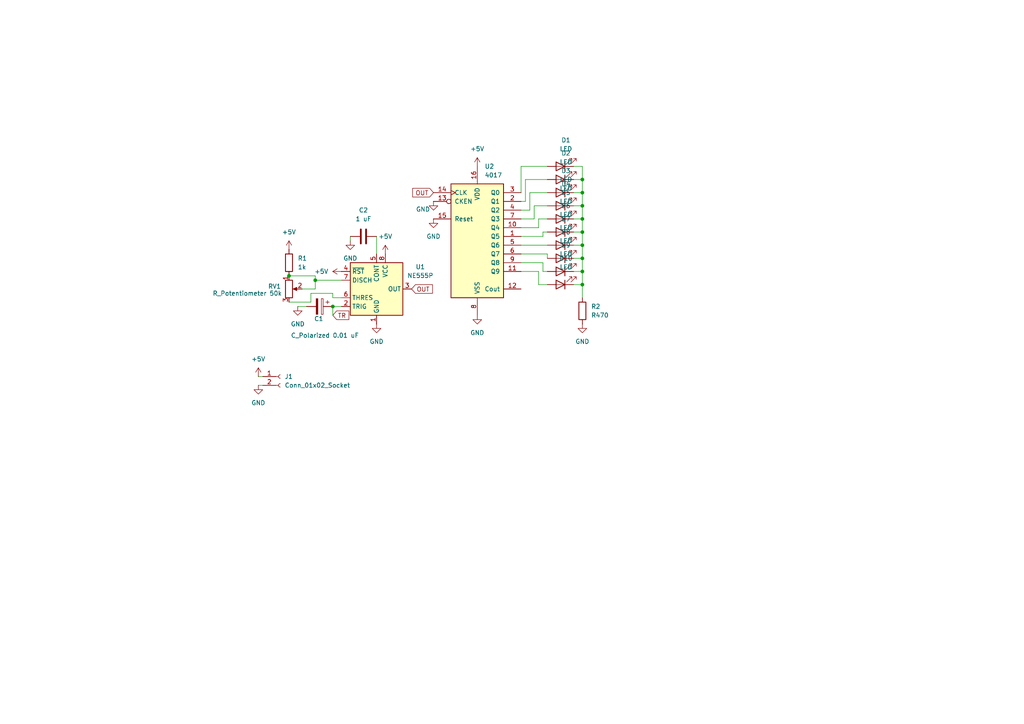
<source format=kicad_sch>
(kicad_sch (version 20250114) (generator "eeschema") (generator_version "9.0")
  (paper "A4")
  (lib_symbols
    (symbol "4xxx:4017" (pin_names (offset 1.016))
      (property "Reference" "U" (at -7.62 16.51 0))
      (property "Value" "4017" (at -7.62 -19.05 0))
      (symbol "4017_1_0"
        (pin input clock (at -12.7 12.7 0) (length 5.08) (name "CLK") (number "14"))
        (pin input inverted (at -12.7 10.16 0) (length 5.08) (name "CKEN") (number "13"))
        (pin input line (at -12.7 5.08 0) (length 5.08) (name "Reset") (number "15"))
        (pin power_in line (at 0 20.32 270) (length 5.08) (name "VDD") (number "16"))
        (pin power_in line (at 0 -22.86 90) (length 5.08) (name "VSS") (number "8"))
        (pin output line (at 12.7 12.7 180) (length 5.08) (name "Q0") (number "3"))
        (pin output line (at 12.7 10.16 180) (length 5.08) (name "Q1") (number "2"))
        (pin output line (at 12.7 7.62 180) (length 5.08) (name "Q2") (number "4"))
        (pin output line (at 12.7 5.08 180) (length 5.08) (name "Q3") (number "7"))
        (pin output line (at 12.7 2.54 180) (length 5.08) (name "Q4") (number "10"))
        (pin output line (at 12.7 0 180) (length 5.08) (name "Q5") (number "1"))
        (pin output line (at 12.7 -2.54 180) (length 5.08) (name "Q6") (number "5"))
        (pin output line (at 12.7 -5.08 180) (length 5.08) (name "Q7") (number "6"))
        (pin output line (at 12.7 -7.62 180) (length 5.08) (name "Q8") (number "9"))
        (pin output line (at 12.7 -10.16 180) (length 5.08) (name "Q9") (number "11"))
        (pin output line (at 12.7 -15.24 180) (length 5.08) (name "Cout") (number "12"))
      )
      (symbol "4017_1_1"
        (rectangle (start -7.62 15.24) (end 7.62 -17.78) (stroke (width 0.254)) (fill (type background)))
      )
    )
    (symbol "Connector:Conn_01x02_Socket" (pin_names (offset 1.016) (hide yes))
      (property "Reference" "J" (at 0 2.54 0))
      (property "Value" "Conn_01x02_Socket" (at 0 -5.08 0))
      (symbol "Conn_01x02_Socket_1_1"
        (polyline (pts (xy -1.27 0) (xy -0.508 0)) (stroke (width 0.1524)))
        (polyline (pts (xy -1.27 -2.54) (xy -0.508 -2.54)) (stroke (width 0.1524)))
        (arc (start 0 -0.508) (mid -0.5058 0) (end 0 0.508) (stroke (width 0.1524)))
        (arc (start 0 -3.048) (mid -0.5058 -2.54) (end 0 -2.032) (stroke (width 0.1524)))
        (pin passive line (at -5.08 0 0) (length 3.81) (name "Pin_1") (number "1"))
        (pin passive line (at -5.08 -2.54 0) (length 3.81) (name "Pin_2") (number "2"))
      )
    )
    (symbol "Device:C" (pin_numbers (hide yes)) (pin_names (offset 0.254))
      (property "Reference" "C" (at 0.635 2.54 0))
      (property "Value" "C" (at 0.635 -2.54 0))
      (symbol "C_0_1"
        (polyline (pts (xy -2.032 0.762) (xy 2.032 0.762)) (stroke (width 0.508)))
        (polyline (pts (xy -2.032 -0.762) (xy 2.032 -0.762)) (stroke (width 0.508)))
      )
      (symbol "C_1_1"
        (pin passive line (at 0 3.81 270) (length 2.794) (name "~") (number "1"))
        (pin passive line (at 0 -3.81 90) (length 2.794) (name "~") (number "2"))
      )
    )
    (symbol "Device:C_Polarized" (pin_numbers (hide yes)) (pin_names (offset 0.254))
      (property "Reference" "C" (at 0.635 2.54 0))
      (property "Value" "C_Polarized" (at 0.635 -2.54 0))
      (symbol "C_Polarized_0_1"
        (rectangle (start -2.286 0.508) (end 2.286 1.016))
        (polyline (pts (xy -1.778 2.286) (xy -0.762 2.286)))
        (polyline (pts (xy -1.27 2.794) (xy -1.27 1.778)))
        (rectangle (start 2.286 -0.508) (end -2.286 -1.016) (fill (type outline)))
      )
      (symbol "C_Polarized_1_1"
        (pin passive line (at 0 3.81 270) (length 2.794) (name "~") (number "1"))
        (pin passive line (at 0 -3.81 90) (length 2.794) (name "~") (number "2"))
      )
    )
    (symbol "Device:LED" (pin_numbers (hide yes)) (pin_names (offset 1.016) (hide yes))
      (property "Reference" "D" (at 0 2.54 0))
      (property "Value" "LED" (at 0 -2.54 0))
      (symbol "LED_0_1"
        (polyline (pts (xy -3.048 -0.762) (xy -4.572 -2.286) (xy -3.81 -2.286) (xy -4.572 -2.286) (xy -4.572 -1.524)))
        (polyline (pts (xy -1.778 -0.762) (xy -3.302 -2.286) (xy -2.54 -2.286) (xy -3.302 -2.286) (xy -3.302 -1.524)))
        (polyline (pts (xy -1.27 0) (xy 1.27 0)))
        (polyline (pts (xy -1.27 -1.27) (xy -1.27 1.27)) (stroke (width 0.254)))
        (polyline (pts (xy 1.27 -1.27) (xy 1.27 1.27) (xy -1.27 0) (xy 1.27 -1.27)) (stroke (width 0.254)))
      )
      (symbol "LED_1_1"
        (pin passive line (at -3.81 0 0) (length 2.54) (name "K") (number "1"))
        (pin passive line (at 3.81 0 180) (length 2.54) (name "A") (number "2"))
      )
    )
    (symbol "Device:R" (pin_numbers (hide yes)) (pin_names (offset 0))
      (property "Reference" "R" (at 2.032 0 90))
      (property "Value" "R" (at 0 0 90))
      (symbol "R_0_1"
        (rectangle (start -1.016 -2.54) (end 1.016 2.54) (stroke (width 0.254)))
      )
      (symbol "R_1_1"
        (pin passive line (at 0 3.81 270) (length 1.27) (name "~") (number "1"))
        (pin passive line (at 0 -3.81 90) (length 1.27) (name "~") (number "2"))
      )
    )
    (symbol "Device:R_Potentiometer" (pin_names (offset 1.016) (hide yes))
      (property "Reference" "RV" (at -4.445 0 90))
      (property "Value" "R_Potentiometer" (at -2.54 0 90))
      (symbol "R_Potentiometer_0_1"
        (rectangle (start 1.016 2.54) (end -1.016 -2.54) (stroke (width 0.254)))
        (polyline (pts (xy 1.143 0) (xy 2.286 0.508) (xy 2.286 -0.508) (xy 1.143 0)) (fill (type outline)))
        (polyline (pts (xy 2.54 0) (xy 1.524 0)))
      )
      (symbol "R_Potentiometer_1_1"
        (pin passive line (at 0 3.81 270) (length 1.27) (name "1") (number "1"))
        (pin passive line (at 0 -3.81 90) (length 1.27) (name "3") (number "3"))
        (pin passive line (at 3.81 0 180) (length 1.27) (name "2") (number "2"))
      )
    )
    (symbol "Timer:NE555P"
      (property "Reference" "U" (at -10.16 8.89 0))
      (property "Value" "NE555P" (at 2.54 8.89 0))
      (symbol "NE555P_0_0"
        (pin power_in line (at 0 -10.16 90) (length 2.54) (name "GND") (number "1"))
        (pin power_in line (at 2.54 10.16 270) (length 2.54) (name "VCC") (number "8"))
      )
      (symbol "NE555P_0_1"
        (rectangle (start -7.62 7.62) (end 7.62 -7.62) (stroke (width 0.254)) (fill (type background)))
      )
      (symbol "NE555P_1_1"
        (pin input line (at -10.16 5.08 0) (length 2.54) (name "~{RST}") (number "4"))
        (pin input line (at -10.16 2.54 0) (length 2.54) (name "DISCH") (number "7"))
        (pin input line (at -10.16 -2.54 0) (length 2.54) (name "THRES") (number "6"))
        (pin input line (at -10.16 -5.08 0) (length 2.54) (name "TRIG") (number "2"))
        (pin open_collector line (at 0 10.16 270) (length 2.54) (name "CONT") (number "5"))
        (pin output line (at 10.16 0 180) (length 2.54) (name "OUT") (number "3"))
      )
    )
    (symbol "power:+5V" (power) (pin_numbers (hide yes)) (pin_names (offset 0) (hide yes))
      (property "Value" "+5V" (at 0 3.556 0))
      (symbol "+5V_0_1"
        (polyline (pts (xy -0.762 1.27) (xy 0 2.54)))
        (polyline (pts (xy 0 2.54) (xy 0.762 1.27)))
        (polyline (pts (xy 0 0) (xy 0 2.54)))
      )
      (symbol "+5V_1_1"
        (pin power_in line (at 0 0 90) (length 0) (name "~") (number "1"))
      )
    )
    (symbol "power:GND" (power) (pin_numbers (hide yes)) (pin_names (offset 0) (hide yes))
      (property "Value" "GND" (at 0 -3.81 0))
      (symbol "GND_0_1"
        (polyline (pts (xy 0 0) (xy 0 -1.27) (xy 1.27 -1.27) (xy 0 -2.54) (xy -1.27 -1.27) (xy 0 -1.27)))
      )
      (symbol "GND_1_1"
        (pin power_in line (at 0 0 270) (length 0) (name "~") (number "1"))
      )
    )
  )
  (junction (at 168.91 63.5))
  (junction (at 168.91 67.31))
  (junction (at 168.91 59.69))
  (junction (at 168.91 82.55))
  (junction (at 168.91 55.88))
  (junction (at 168.91 74.93))
  (junction (at 168.91 78.74))
  (junction (at 83.82 80.01))
  (junction (at 168.91 52.07))
  (junction (at 96.52 88.9))
  (junction (at 91.44 81.28))
  (junction (at 168.91 71.12))
  (wire (pts (xy 151.13 48.26) (xy 158.75 48.26)))
  (wire (pts (xy 74.93 111.76) (xy 76.2 111.76)))
  (wire (pts (xy 168.91 71.12) (xy 166.37 71.12)))
  (wire (pts (xy 151.13 71.12) (xy 158.75 71.12)))
  (wire (pts (xy 153.67 55.88) (xy 158.75 55.88)))
  (wire (pts (xy 96.52 88.9) (xy 99.06 88.9)))
  (wire (pts (xy 152.4 58.42) (xy 151.13 58.42)))
  (wire (pts (xy 168.91 78.74) (xy 168.91 82.55)))
  (wire (pts (xy 152.4 58.42) (xy 152.4 52.07)))
  (wire (pts (xy 99.06 86.36) (xy 96.52 86.36)))
  (wire (pts (xy 168.91 52.07) (xy 166.37 52.07)))
  (wire (pts (xy 168.91 74.93) (xy 168.91 78.74)))
  (wire (pts (xy 151.13 73.66) (xy 158.75 73.66)))
  (wire (pts (xy 91.44 81.28) (xy 91.44 80.01)))
  (wire (pts (xy 168.91 82.55) (xy 168.91 86.36)))
  (wire (pts (xy 151.13 68.58) (xy 157.48 68.58)))
  (wire (pts (xy 168.91 67.31) (xy 166.37 67.31)))
  (wire (pts (xy 151.13 78.74) (xy 156.21 78.74)))
  (wire (pts (xy 96.52 88.9) (xy 96.52 91.44)))
  (wire (pts (xy 90.17 87.63) (xy 90.17 85.09)))
  (wire (pts (xy 168.91 55.88) (xy 168.91 59.69)))
  (wire (pts (xy 157.48 76.2) (xy 157.48 78.74)))
  (wire (pts (xy 74.93 109.22) (xy 76.2 109.22)))
  (wire (pts (xy 154.94 59.69) (xy 158.75 59.69)))
  (wire (pts (xy 152.4 52.07) (xy 158.75 52.07)))
  (wire (pts (xy 168.91 78.74) (xy 166.37 78.74)))
  (wire (pts (xy 83.82 80.01) (xy 91.44 80.01)))
  (wire (pts (xy 91.44 83.82) (xy 87.63 83.82)))
  (wire (pts (xy 151.13 63.5) (xy 154.94 63.5)))
  (wire (pts (xy 156.21 78.74) (xy 156.21 82.55)))
  (wire (pts (xy 168.91 63.5) (xy 166.37 63.5)))
  (wire (pts (xy 90.17 85.09) (xy 96.52 85.09)))
  (wire (pts (xy 96.52 85.09) (xy 96.52 86.36)))
  (wire (pts (xy 101.6 69.85) (xy 101.6 68.58)))
  (wire (pts (xy 91.44 83.82) (xy 91.44 81.28)))
  (wire (pts (xy 83.82 87.63) (xy 90.17 87.63)))
  (wire (pts (xy 153.67 60.96) (xy 153.67 55.88)))
  (wire (pts (xy 168.91 55.88) (xy 166.37 55.88)))
  (wire (pts (xy 168.91 59.69) (xy 166.37 59.69)))
  (wire (pts (xy 168.91 48.26) (xy 168.91 52.07)))
  (wire (pts (xy 151.13 76.2) (xy 157.48 76.2)))
  (wire (pts (xy 168.91 63.5) (xy 168.91 67.31)))
  (wire (pts (xy 168.91 48.26) (xy 166.37 48.26)))
  (wire (pts (xy 151.13 60.96) (xy 153.67 60.96)))
  (wire (pts (xy 151.13 55.88) (xy 151.13 48.26)))
  (wire (pts (xy 156.21 82.55) (xy 158.75 82.55)))
  (wire (pts (xy 158.75 73.66) (xy 158.75 74.93)))
  (wire (pts (xy 157.48 78.74) (xy 158.75 78.74)))
  (wire (pts (xy 168.91 52.07) (xy 168.91 55.88)))
  (wire (pts (xy 157.48 68.58) (xy 157.48 67.31)))
  (wire (pts (xy 156.21 66.04) (xy 156.21 63.5)))
  (wire (pts (xy 154.94 63.5) (xy 154.94 59.69)))
  (wire (pts (xy 109.22 68.58) (xy 109.22 73.66)))
  (wire (pts (xy 168.91 74.93) (xy 166.37 74.93)))
  (wire (pts (xy 168.91 82.55) (xy 166.37 82.55)))
  (wire (pts (xy 168.91 71.12) (xy 168.91 74.93)))
  (wire (pts (xy 168.91 59.69) (xy 168.91 63.5)))
  (wire (pts (xy 86.36 88.9) (xy 88.9 88.9)))
  (wire (pts (xy 168.91 67.31) (xy 168.91 71.12)))
  (wire (pts (xy 157.48 67.31) (xy 158.75 67.31)))
  (wire (pts (xy 156.21 63.5) (xy 158.75 63.5)))
  (wire (pts (xy 151.13 66.04) (xy 156.21 66.04)))
  (wire (pts (xy 99.06 81.28) (xy 91.44 81.28)))
  (global_label "OUT" (shape input) (at 125.73 55.88 180) (property "Intersheetrefs" "${INTERSHEET_REFS}" (effects (hide yes))))
  (global_label "OUT" (shape input) (at 119.38 83.82 0) (property "Intersheetrefs" "${INTERSHEET_REFS}" (effects (hide yes))))
  (global_label "TR" (shape input) (at 96.52 91.44 0) (property "Intersheetrefs" "${INTERSHEET_REFS}" (effects (hide yes))))
  (symbol (lib_id "power:GND") (at 86.36 88.9 0) (unit 1)
    (property "Reference" "#PWR05" (effects (hide yes)))
    (property "Value" "GND" (at 86.36 93.98 0))
    (property "Description" "Power symbol creates a global label with name \"GND\" , ground" (effects (hide yes)))
  )
  (symbol (lib_id "power:+5V") (at 111.76 73.66 0) (unit 1)
    (property "Reference" "#PWR03" (effects (hide yes)))
    (property "Value" "+5V" (at 111.76 68.58 0))
    (property "Description" "Power symbol creates a global label with name \"+5V\"" (effects (hide yes)))
  )
  (symbol (lib_id "Device:LED") (at 162.56 78.74 180) (unit 1)
    (property "Reference" "D9" (at 164.1475 71.12 0))
    (property "Value" "LED" (at 164.1475 73.66 0))
    (property "Footprint" "LED_THT:LED_D3.0mm" (effects (hide yes)))
    (property "Description" "Light emitting diode" (effects (hide yes)))
    (property "Sim.Pins" "1=K 2=A" (effects (hide yes)))
  )
  (symbol (lib_id "Connector:Conn_01x02_Socket") (at 81.28 109.22 0) (unit 1)
    (property "Reference" "J1" (at 82.55 109.2199 0) (effects (justify left)))
    (property "Value" "Conn_01x02_Socket" (at 82.55 111.7599 0) (effects (justify left)))
    (property "Footprint" "Connector_PinHeader_2.54mm:PinHeader_1x02_P2.54mm_Vertical" (effects (hide yes)))
    (property "Description" "Generic connector, single row, 01x02, script generated" (effects (hide yes)))
  )
  (symbol (lib_id "Device:LED") (at 162.56 63.5 180) (unit 1)
    (property "Reference" "D5" (at 164.1475 55.88 0))
    (property "Value" "LED" (at 164.1475 58.42 0))
    (property "Footprint" "LED_THT:LED_D3.0mm" (effects (hide yes)))
    (property "Description" "Light emitting diode" (effects (hide yes)))
    (property "Sim.Pins" "1=K 2=A" (effects (hide yes)))
  )
  (symbol (lib_id "Device:LED") (at 162.56 67.31 180) (unit 1)
    (property "Reference" "D6" (at 164.1475 59.69 0))
    (property "Value" "LED" (at 164.1475 62.23 0))
    (property "Footprint" "LED_THT:LED_D3.0mm" (effects (hide yes)))
    (property "Description" "Light emitting diode" (effects (hide yes)))
    (property "Sim.Pins" "1=K 2=A" (effects (hide yes)))
  )
  (symbol (lib_id "power:+5V") (at 138.43 48.26 0) (unit 1)
    (property "Reference" "#PWR010" (effects (hide yes)))
    (property "Value" "+5V" (at 138.43 43.18 0))
    (property "Description" "Power symbol creates a global label with name \"+5V\"" (effects (hide yes)))
  )
  (symbol (lib_id "Device:LED") (at 162.56 82.55 180) (unit 1)
    (property "Reference" "D10" (at 164.1475 74.93 0))
    (property "Value" "LED" (at 164.1475 77.47 0))
    (property "Footprint" "LED_THT:LED_D3.0mm" (effects (hide yes)))
    (property "Description" "Light emitting diode" (effects (hide yes)))
    (property "Sim.Pins" "1=K 2=A" (effects (hide yes)))
  )
  (symbol (lib_id "power:+5V") (at 83.82 72.39 0) (unit 1)
    (property "Reference" "#PWR08" (effects (hide yes)))
    (property "Value" "+5V" (at 83.82 67.31 0))
    (property "Description" "Power symbol creates a global label with name \"+5V\"" (effects (hide yes)))
  )
  (symbol (lib_id "Device:C") (at 105.41 68.58 90) (unit 1)
    (property "Reference" "C2" (at 105.41 60.96 90))
    (property "Value" "1 uF" (at 105.41 63.5 90))
    (property "Footprint" "Capacitor_THT:C_Disc_D7.5mm_W2.5mm_P5.00mm" (effects (hide yes)))
    (property "Description" "Unpolarized capacitor" (effects (hide yes)))
  )
  (symbol (lib_id "power:GND") (at 109.22 93.98 0) (unit 1)
    (property "Reference" "#PWR04" (effects (hide yes)))
    (property "Value" "GND" (at 109.22 99.06 0))
    (property "Description" "Power symbol creates a global label with name \"GND\" , ground" (effects (hide yes)))
  )
  (symbol (lib_id "Device:LED") (at 162.56 52.07 180) (unit 1)
    (property "Reference" "D2" (at 164.1475 44.45 0))
    (property "Value" "LED" (at 164.1475 46.99 0))
    (property "Footprint" "LED_THT:LED_D3.0mm" (effects (hide yes)))
    (property "Description" "Light emitting diode" (effects (hide yes)))
    (property "Sim.Pins" "1=K 2=A" (effects (hide yes)))
  )
  (symbol (lib_id "Timer:NE555P") (at 109.22 83.82 0) (unit 1)
    (property "Reference" "U1" (at 121.92 77.3998 0))
    (property "Value" "NE555P" (at 121.92 79.9398 0))
    (property "Footprint" "Package_DIP:DIP-8_W7.62mm" (effects (hide yes)))
    (property "Datasheet" "http://www.ti.com/lit/ds/symlink/ne555.pdf" (effects (hide yes)))
    (property "Description" "Precision Timers, 555 compatible, PDIP-8" (effects (hide yes)))
  )
  (symbol (lib_id "power:+5V") (at 74.93 109.22 0) (unit 1)
    (property "Reference" "#PWR01" (effects (hide yes)))
    (property "Value" "+5V" (at 74.93 104.14 0))
    (property "Description" "Power symbol creates a global label with name \"+5V\"" (effects (hide yes)))
  )
  (symbol (lib_id "power:GND") (at 101.6 69.85 0) (unit 1)
    (property "Reference" "#PWR07" (effects (hide yes)))
    (property "Value" "GND" (at 101.6 74.93 0))
    (property "Description" "Power symbol creates a global label with name \"GND\" , ground" (effects (hide yes)))
  )
  (symbol (lib_id "Device:R") (at 168.91 90.17 0) (unit 1)
    (property "Reference" "R2" (at 171.45 88.8999 0) (effects (justify left)))
    (property "Value" "R470" (at 171.45 91.4399 0) (effects (justify left)))
    (property "Footprint" "Resistor_THT:R_Axial_DIN0207_L6.3mm_D2.5mm_P7.62mm_Horizontal" (effects (hide yes)))
    (property "Description" "Resistor" (effects (hide yes)))
  )
  (symbol (lib_id "power:GND") (at 125.73 63.5 0) (unit 1)
    (property "Reference" "#PWR012" (effects (hide yes)))
    (property "Value" "GND" (at 125.73 68.58 0))
    (property "Description" "Power symbol creates a global label with name \"GND\" , ground" (effects (hide yes)))
  )
  (symbol (lib_id "Device:C_Polarized") (at 92.71 88.9 270) (unit 1)
    (property "Reference" "C1" (at 92.456 92.456 90))
    (property "Value" "C_Polarized 0.01 uF" (at 94.234 97.282 90))
    (property "Footprint" "Capacitor_THT:CP_Radial_D5.0mm_P2.00mm" (effects (hide yes)))
    (property "Description" "Polarized capacitor" (effects (hide yes)))
  )
  (symbol (lib_id "4xxx:4017") (at 138.43 68.58 0) (unit 1)
    (property "Reference" "U2" (at 140.5733 48.26 0) (effects (justify left)))
    (property "Value" "4017" (at 140.5733 50.8 0) (effects (justify left)))
    (property "Footprint" "Texas Instruments CD4017BE:N16" (effects (hide yes)))
    (property "Datasheet" "http://www.intersil.com/content/dam/Intersil/documents/cd40/cd4017bms-22bms.pdf" (effects (hide yes)))
    (property "Description" "Johnson Counter ( 10 outputs )" (effects (hide yes)))
  )
  (symbol (lib_id "power:GND") (at 125.73 58.42 0) (unit 1)
    (property "Reference" "#PWR011" (effects (hide yes)))
    (property "Value" "GND" (at 122.682 60.706 0))
    (property "Description" "Power symbol creates a global label with name \"GND\" , ground" (effects (hide yes)))
  )
  (symbol (lib_id "Device:LED") (at 162.56 59.69 180) (unit 1)
    (property "Reference" "D4" (at 164.1475 53.34 0))
    (property "Value" "LED" (at 164.1475 54.61 0))
    (property "Footprint" "LED_THT:LED_D3.0mm" (effects (hide yes)))
    (property "Description" "Light emitting diode" (effects (hide yes)))
    (property "Sim.Pins" "1=K 2=A" (effects (hide yes)))
  )
  (symbol (lib_id "power:+5V") (at 99.06 78.74 90) (unit 1)
    (property "Reference" "#PWR06" (effects (hide yes)))
    (property "Value" "+5V" (at 95.25 78.7399 90) (effects (justify left)))
    (property "Description" "Power symbol creates a global label with name \"+5V\"" (effects (hide yes)))
  )
  (symbol (lib_id "Device:LED") (at 162.56 48.26 180) (unit 1)
    (property "Reference" "D1" (at 164.1475 40.64 0))
    (property "Value" "LED" (at 164.1475 43.18 0))
    (property "Footprint" "LED_THT:LED_D3.0mm" (effects (hide yes)))
    (property "Description" "Light emitting diode" (effects (hide yes)))
    (property "Sim.Pins" "1=K 2=A" (effects (hide yes)))
  )
  (symbol (lib_id "Device:R_Potentiometer") (at 83.82 83.82 0) (unit 1)
    (property "Reference" "RV1" (at 81.534 83.058 0) (effects (justify right)))
    (property "Value" "R_Potentiometer 50k" (at 81.788 85.09 0) (effects (justify right)))
    (property "Footprint" "Potentiometer_THT:Potentiometer_Vishay_T93YA_Vertical" (effects (hide yes)))
    (property "Description" "Potentiometer" (effects (hide yes)))
  )
  (symbol (lib_id "power:GND") (at 138.43 91.44 0) (unit 1)
    (property "Reference" "#PWR013" (effects (hide yes)))
    (property "Value" "GND" (at 138.43 96.52 0))
    (property "Description" "Power symbol creates a global label with name \"GND\" , ground" (effects (hide yes)))
  )
  (symbol (lib_id "power:GND") (at 74.93 111.76 0) (unit 1)
    (property "Reference" "#PWR02" (effects (hide yes)))
    (property "Value" "GND" (at 74.93 116.84 0))
    (property "Description" "Power symbol creates a global label with name \"GND\" , ground" (effects (hide yes)))
  )
  (symbol (lib_id "Device:LED") (at 162.56 55.88 180) (unit 1)
    (property "Reference" "D3" (at 164.1475 49.53 0))
    (property "Value" "LED" (at 164.1475 52.07 0))
    (property "Footprint" "LED_THT:LED_D3.0mm" (effects (hide yes)))
    (property "Description" "Light emitting diode" (effects (hide yes)))
    (property "Sim.Pins" "1=K 2=A" (effects (hide yes)))
  )
  (symbol (lib_id "power:GND") (at 168.91 93.98 0) (unit 1)
    (property "Reference" "#PWR09" (effects (hide yes)))
    (property "Value" "GND" (at 168.91 99.06 0))
    (property "Description" "Power symbol creates a global label with name \"GND\" , ground" (effects (hide yes)))
  )
  (symbol (lib_id "Device:LED") (at 162.56 74.93 180) (unit 1)
    (property "Reference" "D8" (at 164.1475 67.31 0))
    (property "Value" "LED" (at 164.1475 69.85 0))
    (property "Footprint" "LED_THT:LED_D3.0mm" (effects (hide yes)))
    (property "Description" "Light emitting diode" (effects (hide yes)))
    (property "Sim.Pins" "1=K 2=A" (effects (hide yes)))
  )
  (symbol (lib_id "Device:R") (at 83.82 76.2 0) (unit 1)
    (property "Reference" "R1" (at 86.36 74.9299 0) (effects (justify left)))
    (property "Value" "1k" (at 86.36 77.4699 0) (effects (justify left)))
    (property "Footprint" "Resistor_THT:R_Axial_DIN0207_L6.3mm_D2.5mm_P7.62mm_Horizontal" (effects (hide yes)))
    (property "Description" "Resistor" (effects (hide yes)))
  )
  (symbol (lib_id "Device:LED") (at 162.56 71.12 180) (unit 1)
    (property "Reference" "D7" (at 164.1475 63.5 0))
    (property "Value" "LED" (at 164.1475 66.04 0))
    (property "Footprint" "LED_THT:LED_D3.0mm" (effects (hide yes)))
    (property "Description" "Light emitting diode" (effects (hide yes)))
    (property "Sim.Pins" "1=K 2=A" (effects (hide yes)))
  )
)
</source>
